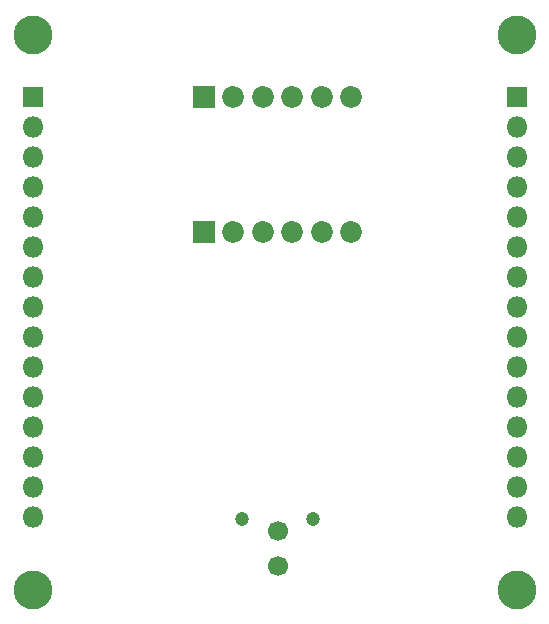
<source format=gbs>
%TF.GenerationSoftware,KiCad,Pcbnew,5.1.5+dfsg1-2build2*%
%TF.CreationDate,2021-01-24T20:27:35+01:00*%
%TF.ProjectId,PlacaStepperShield,506c6163-6153-4746-9570-706572536869,rev?*%
%TF.SameCoordinates,Original*%
%TF.FileFunction,Soldermask,Bot*%
%TF.FilePolarity,Negative*%
%FSLAX46Y46*%
G04 Gerber Fmt 4.6, Leading zero omitted, Abs format (unit mm)*
G04 Created by KiCad (PCBNEW 5.1.5+dfsg1-2build2) date 2021-01-24 20:27:35*
%MOMM*%
%LPD*%
G04 APERTURE LIST*
%ADD10C,3.300000*%
%ADD11R,1.850000X1.850000*%
%ADD12C,1.850000*%
%ADD13C,1.200000*%
%ADD14C,1.700000*%
%ADD15O,1.800000X1.800000*%
%ADD16R,1.800000X1.800000*%
G04 APERTURE END LIST*
D10*
X128750000Y-105000000D03*
X169750000Y-105000000D03*
X169750000Y-58000000D03*
X128750000Y-58000000D03*
D11*
X143250000Y-63250000D03*
D12*
X145750000Y-63250000D03*
X148250000Y-63250000D03*
X150750000Y-63250000D03*
X153250000Y-63250000D03*
X155750000Y-63250000D03*
D13*
X146500000Y-99000000D03*
D14*
X149500000Y-103000000D03*
X149500000Y-100000000D03*
D13*
X152500000Y-99060000D03*
D12*
X155750000Y-74750000D03*
X153250000Y-74750000D03*
X150750000Y-74750000D03*
X148250000Y-74750000D03*
X145750000Y-74750000D03*
D11*
X143250000Y-74750000D03*
D15*
X128750000Y-98810000D03*
X128750000Y-96270000D03*
X128750000Y-93730000D03*
X128750000Y-91190000D03*
X128750000Y-88650000D03*
X128750000Y-86110000D03*
X128750000Y-83570000D03*
X128750000Y-81030000D03*
X128750000Y-78490000D03*
X128750000Y-75950000D03*
X128750000Y-73410000D03*
X128750000Y-70870000D03*
X128750000Y-68330000D03*
X128750000Y-65790000D03*
D16*
X128750000Y-63250000D03*
X169750000Y-63250000D03*
D15*
X169750000Y-65790000D03*
X169750000Y-68330000D03*
X169750000Y-70870000D03*
X169750000Y-73410000D03*
X169750000Y-75950000D03*
X169750000Y-78490000D03*
X169750000Y-81030000D03*
X169750000Y-83570000D03*
X169750000Y-86110000D03*
X169750000Y-88650000D03*
X169750000Y-91190000D03*
X169750000Y-93730000D03*
X169750000Y-96270000D03*
X169750000Y-98810000D03*
M02*

</source>
